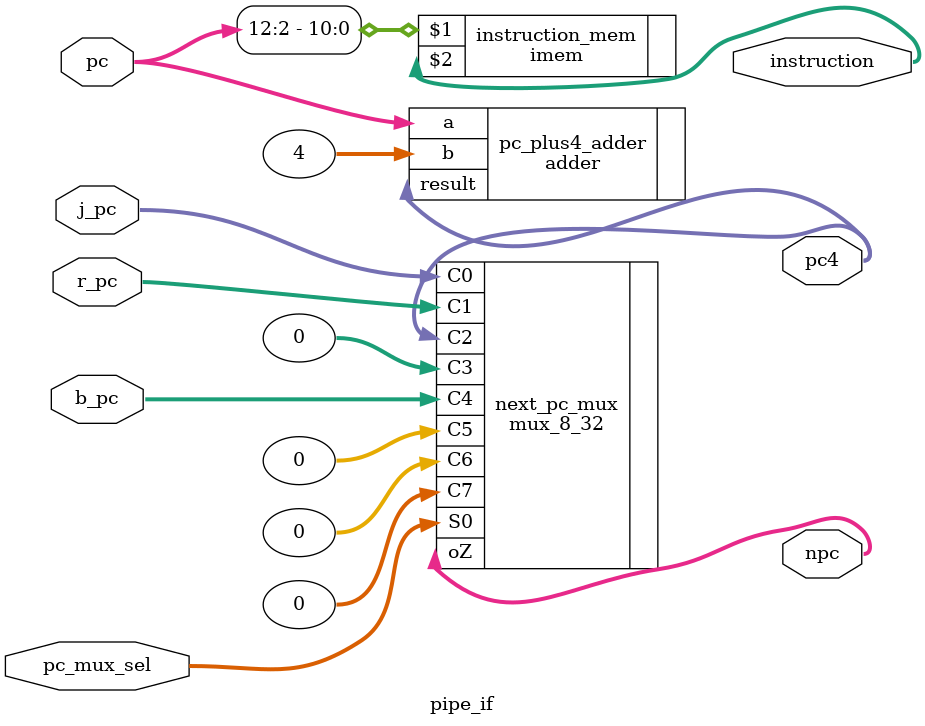
<source format=v>
`timescale 1ns / 1ps
`include "define.v"
module pipe_if(
    input [31:0] pc,
    input [31:0] b_pc,   // beq bne bgez跳转地址
    input [31:0] r_pc,  // jr jalr跳转地址
    input [31:0] j_pc,  // j jal跳转地址
    input [2:0] pc_mux_sel, 
    output [31:0] npc,  // next pc
    output [31:0] pc4,  // pc + 4
    output [31:0] instruction 
    );

    mux_8_32 next_pc_mux(
        .C0(j_pc), 
        .C1(r_pc), 
        .C2(pc4), 
        .C3(32'b0), 
        .C4(b_pc), 
        .C5(32'b0), 
        .C6(32'b0),
        .C7(32'b0),
        .S0(pc_mux_sel), 
        .oZ(npc)
    );

    adder pc_plus4_adder(
        .a(pc), 
        .b(32'h4), 
        .result(pc4)
    );
    
    imem instruction_mem(pc[12:2], instruction);
    
endmodule
</source>
